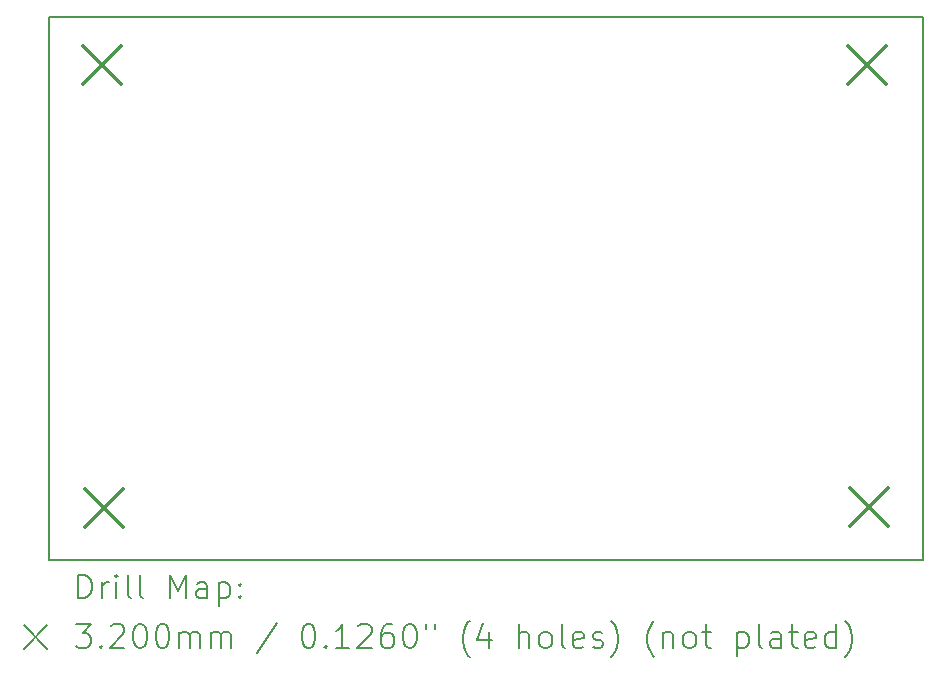
<source format=gbr>
%TF.GenerationSoftware,KiCad,Pcbnew,8.0.2*%
%TF.CreationDate,2024-07-10T14:47:40-04:00*%
%TF.ProjectId,Low-Power_PDP,4c6f772d-506f-4776-9572-5f5044502e6b,rev?*%
%TF.SameCoordinates,Original*%
%TF.FileFunction,Drillmap*%
%TF.FilePolarity,Positive*%
%FSLAX45Y45*%
G04 Gerber Fmt 4.5, Leading zero omitted, Abs format (unit mm)*
G04 Created by KiCad (PCBNEW 8.0.2) date 2024-07-10 14:47:40*
%MOMM*%
%LPD*%
G01*
G04 APERTURE LIST*
%ADD10C,0.200000*%
%ADD11C,0.320000*%
G04 APERTURE END LIST*
D10*
X4850000Y-2300000D02*
X12250000Y-2300000D01*
X12250000Y-6900000D01*
X4850000Y-6900000D01*
X4850000Y-2300000D01*
D11*
X5140000Y-2550000D02*
X5460000Y-2870000D01*
X5460000Y-2550000D02*
X5140000Y-2870000D01*
X5160000Y-6300000D02*
X5480000Y-6620000D01*
X5480000Y-6300000D02*
X5160000Y-6620000D01*
X11620000Y-2550000D02*
X11940000Y-2870000D01*
X11940000Y-2550000D02*
X11620000Y-2870000D01*
X11640000Y-6290000D02*
X11960000Y-6610000D01*
X11960000Y-6290000D02*
X11640000Y-6610000D01*
D10*
X5100777Y-7221484D02*
X5100777Y-7021484D01*
X5100777Y-7021484D02*
X5148396Y-7021484D01*
X5148396Y-7021484D02*
X5176967Y-7031008D01*
X5176967Y-7031008D02*
X5196015Y-7050055D01*
X5196015Y-7050055D02*
X5205539Y-7069103D01*
X5205539Y-7069103D02*
X5215063Y-7107198D01*
X5215063Y-7107198D02*
X5215063Y-7135769D01*
X5215063Y-7135769D02*
X5205539Y-7173865D01*
X5205539Y-7173865D02*
X5196015Y-7192912D01*
X5196015Y-7192912D02*
X5176967Y-7211960D01*
X5176967Y-7211960D02*
X5148396Y-7221484D01*
X5148396Y-7221484D02*
X5100777Y-7221484D01*
X5300777Y-7221484D02*
X5300777Y-7088150D01*
X5300777Y-7126246D02*
X5310301Y-7107198D01*
X5310301Y-7107198D02*
X5319824Y-7097674D01*
X5319824Y-7097674D02*
X5338872Y-7088150D01*
X5338872Y-7088150D02*
X5357920Y-7088150D01*
X5424586Y-7221484D02*
X5424586Y-7088150D01*
X5424586Y-7021484D02*
X5415063Y-7031008D01*
X5415063Y-7031008D02*
X5424586Y-7040531D01*
X5424586Y-7040531D02*
X5434110Y-7031008D01*
X5434110Y-7031008D02*
X5424586Y-7021484D01*
X5424586Y-7021484D02*
X5424586Y-7040531D01*
X5548396Y-7221484D02*
X5529348Y-7211960D01*
X5529348Y-7211960D02*
X5519824Y-7192912D01*
X5519824Y-7192912D02*
X5519824Y-7021484D01*
X5653158Y-7221484D02*
X5634110Y-7211960D01*
X5634110Y-7211960D02*
X5624586Y-7192912D01*
X5624586Y-7192912D02*
X5624586Y-7021484D01*
X5881729Y-7221484D02*
X5881729Y-7021484D01*
X5881729Y-7021484D02*
X5948396Y-7164341D01*
X5948396Y-7164341D02*
X6015062Y-7021484D01*
X6015062Y-7021484D02*
X6015062Y-7221484D01*
X6196015Y-7221484D02*
X6196015Y-7116722D01*
X6196015Y-7116722D02*
X6186491Y-7097674D01*
X6186491Y-7097674D02*
X6167443Y-7088150D01*
X6167443Y-7088150D02*
X6129348Y-7088150D01*
X6129348Y-7088150D02*
X6110301Y-7097674D01*
X6196015Y-7211960D02*
X6176967Y-7221484D01*
X6176967Y-7221484D02*
X6129348Y-7221484D01*
X6129348Y-7221484D02*
X6110301Y-7211960D01*
X6110301Y-7211960D02*
X6100777Y-7192912D01*
X6100777Y-7192912D02*
X6100777Y-7173865D01*
X6100777Y-7173865D02*
X6110301Y-7154817D01*
X6110301Y-7154817D02*
X6129348Y-7145293D01*
X6129348Y-7145293D02*
X6176967Y-7145293D01*
X6176967Y-7145293D02*
X6196015Y-7135769D01*
X6291253Y-7088150D02*
X6291253Y-7288150D01*
X6291253Y-7097674D02*
X6310301Y-7088150D01*
X6310301Y-7088150D02*
X6348396Y-7088150D01*
X6348396Y-7088150D02*
X6367443Y-7097674D01*
X6367443Y-7097674D02*
X6376967Y-7107198D01*
X6376967Y-7107198D02*
X6386491Y-7126246D01*
X6386491Y-7126246D02*
X6386491Y-7183388D01*
X6386491Y-7183388D02*
X6376967Y-7202436D01*
X6376967Y-7202436D02*
X6367443Y-7211960D01*
X6367443Y-7211960D02*
X6348396Y-7221484D01*
X6348396Y-7221484D02*
X6310301Y-7221484D01*
X6310301Y-7221484D02*
X6291253Y-7211960D01*
X6472205Y-7202436D02*
X6481729Y-7211960D01*
X6481729Y-7211960D02*
X6472205Y-7221484D01*
X6472205Y-7221484D02*
X6462682Y-7211960D01*
X6462682Y-7211960D02*
X6472205Y-7202436D01*
X6472205Y-7202436D02*
X6472205Y-7221484D01*
X6472205Y-7097674D02*
X6481729Y-7107198D01*
X6481729Y-7107198D02*
X6472205Y-7116722D01*
X6472205Y-7116722D02*
X6462682Y-7107198D01*
X6462682Y-7107198D02*
X6472205Y-7097674D01*
X6472205Y-7097674D02*
X6472205Y-7116722D01*
X4640000Y-7450000D02*
X4840000Y-7650000D01*
X4840000Y-7450000D02*
X4640000Y-7650000D01*
X5081729Y-7441484D02*
X5205539Y-7441484D01*
X5205539Y-7441484D02*
X5138872Y-7517674D01*
X5138872Y-7517674D02*
X5167444Y-7517674D01*
X5167444Y-7517674D02*
X5186491Y-7527198D01*
X5186491Y-7527198D02*
X5196015Y-7536722D01*
X5196015Y-7536722D02*
X5205539Y-7555769D01*
X5205539Y-7555769D02*
X5205539Y-7603388D01*
X5205539Y-7603388D02*
X5196015Y-7622436D01*
X5196015Y-7622436D02*
X5186491Y-7631960D01*
X5186491Y-7631960D02*
X5167444Y-7641484D01*
X5167444Y-7641484D02*
X5110301Y-7641484D01*
X5110301Y-7641484D02*
X5091253Y-7631960D01*
X5091253Y-7631960D02*
X5081729Y-7622436D01*
X5291253Y-7622436D02*
X5300777Y-7631960D01*
X5300777Y-7631960D02*
X5291253Y-7641484D01*
X5291253Y-7641484D02*
X5281729Y-7631960D01*
X5281729Y-7631960D02*
X5291253Y-7622436D01*
X5291253Y-7622436D02*
X5291253Y-7641484D01*
X5376967Y-7460531D02*
X5386491Y-7451008D01*
X5386491Y-7451008D02*
X5405539Y-7441484D01*
X5405539Y-7441484D02*
X5453158Y-7441484D01*
X5453158Y-7441484D02*
X5472205Y-7451008D01*
X5472205Y-7451008D02*
X5481729Y-7460531D01*
X5481729Y-7460531D02*
X5491253Y-7479579D01*
X5491253Y-7479579D02*
X5491253Y-7498627D01*
X5491253Y-7498627D02*
X5481729Y-7527198D01*
X5481729Y-7527198D02*
X5367444Y-7641484D01*
X5367444Y-7641484D02*
X5491253Y-7641484D01*
X5615062Y-7441484D02*
X5634110Y-7441484D01*
X5634110Y-7441484D02*
X5653158Y-7451008D01*
X5653158Y-7451008D02*
X5662682Y-7460531D01*
X5662682Y-7460531D02*
X5672205Y-7479579D01*
X5672205Y-7479579D02*
X5681729Y-7517674D01*
X5681729Y-7517674D02*
X5681729Y-7565293D01*
X5681729Y-7565293D02*
X5672205Y-7603388D01*
X5672205Y-7603388D02*
X5662682Y-7622436D01*
X5662682Y-7622436D02*
X5653158Y-7631960D01*
X5653158Y-7631960D02*
X5634110Y-7641484D01*
X5634110Y-7641484D02*
X5615062Y-7641484D01*
X5615062Y-7641484D02*
X5596015Y-7631960D01*
X5596015Y-7631960D02*
X5586491Y-7622436D01*
X5586491Y-7622436D02*
X5576967Y-7603388D01*
X5576967Y-7603388D02*
X5567444Y-7565293D01*
X5567444Y-7565293D02*
X5567444Y-7517674D01*
X5567444Y-7517674D02*
X5576967Y-7479579D01*
X5576967Y-7479579D02*
X5586491Y-7460531D01*
X5586491Y-7460531D02*
X5596015Y-7451008D01*
X5596015Y-7451008D02*
X5615062Y-7441484D01*
X5805539Y-7441484D02*
X5824586Y-7441484D01*
X5824586Y-7441484D02*
X5843634Y-7451008D01*
X5843634Y-7451008D02*
X5853158Y-7460531D01*
X5853158Y-7460531D02*
X5862682Y-7479579D01*
X5862682Y-7479579D02*
X5872205Y-7517674D01*
X5872205Y-7517674D02*
X5872205Y-7565293D01*
X5872205Y-7565293D02*
X5862682Y-7603388D01*
X5862682Y-7603388D02*
X5853158Y-7622436D01*
X5853158Y-7622436D02*
X5843634Y-7631960D01*
X5843634Y-7631960D02*
X5824586Y-7641484D01*
X5824586Y-7641484D02*
X5805539Y-7641484D01*
X5805539Y-7641484D02*
X5786491Y-7631960D01*
X5786491Y-7631960D02*
X5776967Y-7622436D01*
X5776967Y-7622436D02*
X5767443Y-7603388D01*
X5767443Y-7603388D02*
X5757920Y-7565293D01*
X5757920Y-7565293D02*
X5757920Y-7517674D01*
X5757920Y-7517674D02*
X5767443Y-7479579D01*
X5767443Y-7479579D02*
X5776967Y-7460531D01*
X5776967Y-7460531D02*
X5786491Y-7451008D01*
X5786491Y-7451008D02*
X5805539Y-7441484D01*
X5957920Y-7641484D02*
X5957920Y-7508150D01*
X5957920Y-7527198D02*
X5967443Y-7517674D01*
X5967443Y-7517674D02*
X5986491Y-7508150D01*
X5986491Y-7508150D02*
X6015063Y-7508150D01*
X6015063Y-7508150D02*
X6034110Y-7517674D01*
X6034110Y-7517674D02*
X6043634Y-7536722D01*
X6043634Y-7536722D02*
X6043634Y-7641484D01*
X6043634Y-7536722D02*
X6053158Y-7517674D01*
X6053158Y-7517674D02*
X6072205Y-7508150D01*
X6072205Y-7508150D02*
X6100777Y-7508150D01*
X6100777Y-7508150D02*
X6119824Y-7517674D01*
X6119824Y-7517674D02*
X6129348Y-7536722D01*
X6129348Y-7536722D02*
X6129348Y-7641484D01*
X6224586Y-7641484D02*
X6224586Y-7508150D01*
X6224586Y-7527198D02*
X6234110Y-7517674D01*
X6234110Y-7517674D02*
X6253158Y-7508150D01*
X6253158Y-7508150D02*
X6281729Y-7508150D01*
X6281729Y-7508150D02*
X6300777Y-7517674D01*
X6300777Y-7517674D02*
X6310301Y-7536722D01*
X6310301Y-7536722D02*
X6310301Y-7641484D01*
X6310301Y-7536722D02*
X6319824Y-7517674D01*
X6319824Y-7517674D02*
X6338872Y-7508150D01*
X6338872Y-7508150D02*
X6367443Y-7508150D01*
X6367443Y-7508150D02*
X6386491Y-7517674D01*
X6386491Y-7517674D02*
X6396015Y-7536722D01*
X6396015Y-7536722D02*
X6396015Y-7641484D01*
X6786491Y-7431960D02*
X6615063Y-7689103D01*
X7043634Y-7441484D02*
X7062682Y-7441484D01*
X7062682Y-7441484D02*
X7081729Y-7451008D01*
X7081729Y-7451008D02*
X7091253Y-7460531D01*
X7091253Y-7460531D02*
X7100777Y-7479579D01*
X7100777Y-7479579D02*
X7110301Y-7517674D01*
X7110301Y-7517674D02*
X7110301Y-7565293D01*
X7110301Y-7565293D02*
X7100777Y-7603388D01*
X7100777Y-7603388D02*
X7091253Y-7622436D01*
X7091253Y-7622436D02*
X7081729Y-7631960D01*
X7081729Y-7631960D02*
X7062682Y-7641484D01*
X7062682Y-7641484D02*
X7043634Y-7641484D01*
X7043634Y-7641484D02*
X7024586Y-7631960D01*
X7024586Y-7631960D02*
X7015063Y-7622436D01*
X7015063Y-7622436D02*
X7005539Y-7603388D01*
X7005539Y-7603388D02*
X6996015Y-7565293D01*
X6996015Y-7565293D02*
X6996015Y-7517674D01*
X6996015Y-7517674D02*
X7005539Y-7479579D01*
X7005539Y-7479579D02*
X7015063Y-7460531D01*
X7015063Y-7460531D02*
X7024586Y-7451008D01*
X7024586Y-7451008D02*
X7043634Y-7441484D01*
X7196015Y-7622436D02*
X7205539Y-7631960D01*
X7205539Y-7631960D02*
X7196015Y-7641484D01*
X7196015Y-7641484D02*
X7186491Y-7631960D01*
X7186491Y-7631960D02*
X7196015Y-7622436D01*
X7196015Y-7622436D02*
X7196015Y-7641484D01*
X7396015Y-7641484D02*
X7281729Y-7641484D01*
X7338872Y-7641484D02*
X7338872Y-7441484D01*
X7338872Y-7441484D02*
X7319825Y-7470055D01*
X7319825Y-7470055D02*
X7300777Y-7489103D01*
X7300777Y-7489103D02*
X7281729Y-7498627D01*
X7472206Y-7460531D02*
X7481729Y-7451008D01*
X7481729Y-7451008D02*
X7500777Y-7441484D01*
X7500777Y-7441484D02*
X7548396Y-7441484D01*
X7548396Y-7441484D02*
X7567444Y-7451008D01*
X7567444Y-7451008D02*
X7576967Y-7460531D01*
X7576967Y-7460531D02*
X7586491Y-7479579D01*
X7586491Y-7479579D02*
X7586491Y-7498627D01*
X7586491Y-7498627D02*
X7576967Y-7527198D01*
X7576967Y-7527198D02*
X7462682Y-7641484D01*
X7462682Y-7641484D02*
X7586491Y-7641484D01*
X7757920Y-7441484D02*
X7719825Y-7441484D01*
X7719825Y-7441484D02*
X7700777Y-7451008D01*
X7700777Y-7451008D02*
X7691253Y-7460531D01*
X7691253Y-7460531D02*
X7672206Y-7489103D01*
X7672206Y-7489103D02*
X7662682Y-7527198D01*
X7662682Y-7527198D02*
X7662682Y-7603388D01*
X7662682Y-7603388D02*
X7672206Y-7622436D01*
X7672206Y-7622436D02*
X7681729Y-7631960D01*
X7681729Y-7631960D02*
X7700777Y-7641484D01*
X7700777Y-7641484D02*
X7738872Y-7641484D01*
X7738872Y-7641484D02*
X7757920Y-7631960D01*
X7757920Y-7631960D02*
X7767444Y-7622436D01*
X7767444Y-7622436D02*
X7776967Y-7603388D01*
X7776967Y-7603388D02*
X7776967Y-7555769D01*
X7776967Y-7555769D02*
X7767444Y-7536722D01*
X7767444Y-7536722D02*
X7757920Y-7527198D01*
X7757920Y-7527198D02*
X7738872Y-7517674D01*
X7738872Y-7517674D02*
X7700777Y-7517674D01*
X7700777Y-7517674D02*
X7681729Y-7527198D01*
X7681729Y-7527198D02*
X7672206Y-7536722D01*
X7672206Y-7536722D02*
X7662682Y-7555769D01*
X7900777Y-7441484D02*
X7919825Y-7441484D01*
X7919825Y-7441484D02*
X7938872Y-7451008D01*
X7938872Y-7451008D02*
X7948396Y-7460531D01*
X7948396Y-7460531D02*
X7957920Y-7479579D01*
X7957920Y-7479579D02*
X7967444Y-7517674D01*
X7967444Y-7517674D02*
X7967444Y-7565293D01*
X7967444Y-7565293D02*
X7957920Y-7603388D01*
X7957920Y-7603388D02*
X7948396Y-7622436D01*
X7948396Y-7622436D02*
X7938872Y-7631960D01*
X7938872Y-7631960D02*
X7919825Y-7641484D01*
X7919825Y-7641484D02*
X7900777Y-7641484D01*
X7900777Y-7641484D02*
X7881729Y-7631960D01*
X7881729Y-7631960D02*
X7872206Y-7622436D01*
X7872206Y-7622436D02*
X7862682Y-7603388D01*
X7862682Y-7603388D02*
X7853158Y-7565293D01*
X7853158Y-7565293D02*
X7853158Y-7517674D01*
X7853158Y-7517674D02*
X7862682Y-7479579D01*
X7862682Y-7479579D02*
X7872206Y-7460531D01*
X7872206Y-7460531D02*
X7881729Y-7451008D01*
X7881729Y-7451008D02*
X7900777Y-7441484D01*
X8043634Y-7441484D02*
X8043634Y-7479579D01*
X8119825Y-7441484D02*
X8119825Y-7479579D01*
X8415063Y-7717674D02*
X8405539Y-7708150D01*
X8405539Y-7708150D02*
X8386491Y-7679579D01*
X8386491Y-7679579D02*
X8376968Y-7660531D01*
X8376968Y-7660531D02*
X8367444Y-7631960D01*
X8367444Y-7631960D02*
X8357920Y-7584341D01*
X8357920Y-7584341D02*
X8357920Y-7546246D01*
X8357920Y-7546246D02*
X8367444Y-7498627D01*
X8367444Y-7498627D02*
X8376968Y-7470055D01*
X8376968Y-7470055D02*
X8386491Y-7451008D01*
X8386491Y-7451008D02*
X8405539Y-7422436D01*
X8405539Y-7422436D02*
X8415063Y-7412912D01*
X8576968Y-7508150D02*
X8576968Y-7641484D01*
X8529349Y-7431960D02*
X8481730Y-7574817D01*
X8481730Y-7574817D02*
X8605539Y-7574817D01*
X8834111Y-7641484D02*
X8834111Y-7441484D01*
X8919825Y-7641484D02*
X8919825Y-7536722D01*
X8919825Y-7536722D02*
X8910301Y-7517674D01*
X8910301Y-7517674D02*
X8891253Y-7508150D01*
X8891253Y-7508150D02*
X8862682Y-7508150D01*
X8862682Y-7508150D02*
X8843634Y-7517674D01*
X8843634Y-7517674D02*
X8834111Y-7527198D01*
X9043634Y-7641484D02*
X9024587Y-7631960D01*
X9024587Y-7631960D02*
X9015063Y-7622436D01*
X9015063Y-7622436D02*
X9005539Y-7603388D01*
X9005539Y-7603388D02*
X9005539Y-7546246D01*
X9005539Y-7546246D02*
X9015063Y-7527198D01*
X9015063Y-7527198D02*
X9024587Y-7517674D01*
X9024587Y-7517674D02*
X9043634Y-7508150D01*
X9043634Y-7508150D02*
X9072206Y-7508150D01*
X9072206Y-7508150D02*
X9091253Y-7517674D01*
X9091253Y-7517674D02*
X9100777Y-7527198D01*
X9100777Y-7527198D02*
X9110301Y-7546246D01*
X9110301Y-7546246D02*
X9110301Y-7603388D01*
X9110301Y-7603388D02*
X9100777Y-7622436D01*
X9100777Y-7622436D02*
X9091253Y-7631960D01*
X9091253Y-7631960D02*
X9072206Y-7641484D01*
X9072206Y-7641484D02*
X9043634Y-7641484D01*
X9224587Y-7641484D02*
X9205539Y-7631960D01*
X9205539Y-7631960D02*
X9196015Y-7612912D01*
X9196015Y-7612912D02*
X9196015Y-7441484D01*
X9376968Y-7631960D02*
X9357920Y-7641484D01*
X9357920Y-7641484D02*
X9319825Y-7641484D01*
X9319825Y-7641484D02*
X9300777Y-7631960D01*
X9300777Y-7631960D02*
X9291253Y-7612912D01*
X9291253Y-7612912D02*
X9291253Y-7536722D01*
X9291253Y-7536722D02*
X9300777Y-7517674D01*
X9300777Y-7517674D02*
X9319825Y-7508150D01*
X9319825Y-7508150D02*
X9357920Y-7508150D01*
X9357920Y-7508150D02*
X9376968Y-7517674D01*
X9376968Y-7517674D02*
X9386492Y-7536722D01*
X9386492Y-7536722D02*
X9386492Y-7555769D01*
X9386492Y-7555769D02*
X9291253Y-7574817D01*
X9462682Y-7631960D02*
X9481730Y-7641484D01*
X9481730Y-7641484D02*
X9519825Y-7641484D01*
X9519825Y-7641484D02*
X9538873Y-7631960D01*
X9538873Y-7631960D02*
X9548396Y-7612912D01*
X9548396Y-7612912D02*
X9548396Y-7603388D01*
X9548396Y-7603388D02*
X9538873Y-7584341D01*
X9538873Y-7584341D02*
X9519825Y-7574817D01*
X9519825Y-7574817D02*
X9491253Y-7574817D01*
X9491253Y-7574817D02*
X9472206Y-7565293D01*
X9472206Y-7565293D02*
X9462682Y-7546246D01*
X9462682Y-7546246D02*
X9462682Y-7536722D01*
X9462682Y-7536722D02*
X9472206Y-7517674D01*
X9472206Y-7517674D02*
X9491253Y-7508150D01*
X9491253Y-7508150D02*
X9519825Y-7508150D01*
X9519825Y-7508150D02*
X9538873Y-7517674D01*
X9615063Y-7717674D02*
X9624587Y-7708150D01*
X9624587Y-7708150D02*
X9643634Y-7679579D01*
X9643634Y-7679579D02*
X9653158Y-7660531D01*
X9653158Y-7660531D02*
X9662682Y-7631960D01*
X9662682Y-7631960D02*
X9672206Y-7584341D01*
X9672206Y-7584341D02*
X9672206Y-7546246D01*
X9672206Y-7546246D02*
X9662682Y-7498627D01*
X9662682Y-7498627D02*
X9653158Y-7470055D01*
X9653158Y-7470055D02*
X9643634Y-7451008D01*
X9643634Y-7451008D02*
X9624587Y-7422436D01*
X9624587Y-7422436D02*
X9615063Y-7412912D01*
X9976968Y-7717674D02*
X9967444Y-7708150D01*
X9967444Y-7708150D02*
X9948396Y-7679579D01*
X9948396Y-7679579D02*
X9938873Y-7660531D01*
X9938873Y-7660531D02*
X9929349Y-7631960D01*
X9929349Y-7631960D02*
X9919825Y-7584341D01*
X9919825Y-7584341D02*
X9919825Y-7546246D01*
X9919825Y-7546246D02*
X9929349Y-7498627D01*
X9929349Y-7498627D02*
X9938873Y-7470055D01*
X9938873Y-7470055D02*
X9948396Y-7451008D01*
X9948396Y-7451008D02*
X9967444Y-7422436D01*
X9967444Y-7422436D02*
X9976968Y-7412912D01*
X10053158Y-7508150D02*
X10053158Y-7641484D01*
X10053158Y-7527198D02*
X10062682Y-7517674D01*
X10062682Y-7517674D02*
X10081730Y-7508150D01*
X10081730Y-7508150D02*
X10110301Y-7508150D01*
X10110301Y-7508150D02*
X10129349Y-7517674D01*
X10129349Y-7517674D02*
X10138873Y-7536722D01*
X10138873Y-7536722D02*
X10138873Y-7641484D01*
X10262682Y-7641484D02*
X10243634Y-7631960D01*
X10243634Y-7631960D02*
X10234111Y-7622436D01*
X10234111Y-7622436D02*
X10224587Y-7603388D01*
X10224587Y-7603388D02*
X10224587Y-7546246D01*
X10224587Y-7546246D02*
X10234111Y-7527198D01*
X10234111Y-7527198D02*
X10243634Y-7517674D01*
X10243634Y-7517674D02*
X10262682Y-7508150D01*
X10262682Y-7508150D02*
X10291254Y-7508150D01*
X10291254Y-7508150D02*
X10310301Y-7517674D01*
X10310301Y-7517674D02*
X10319825Y-7527198D01*
X10319825Y-7527198D02*
X10329349Y-7546246D01*
X10329349Y-7546246D02*
X10329349Y-7603388D01*
X10329349Y-7603388D02*
X10319825Y-7622436D01*
X10319825Y-7622436D02*
X10310301Y-7631960D01*
X10310301Y-7631960D02*
X10291254Y-7641484D01*
X10291254Y-7641484D02*
X10262682Y-7641484D01*
X10386492Y-7508150D02*
X10462682Y-7508150D01*
X10415063Y-7441484D02*
X10415063Y-7612912D01*
X10415063Y-7612912D02*
X10424587Y-7631960D01*
X10424587Y-7631960D02*
X10443634Y-7641484D01*
X10443634Y-7641484D02*
X10462682Y-7641484D01*
X10681730Y-7508150D02*
X10681730Y-7708150D01*
X10681730Y-7517674D02*
X10700777Y-7508150D01*
X10700777Y-7508150D02*
X10738873Y-7508150D01*
X10738873Y-7508150D02*
X10757920Y-7517674D01*
X10757920Y-7517674D02*
X10767444Y-7527198D01*
X10767444Y-7527198D02*
X10776968Y-7546246D01*
X10776968Y-7546246D02*
X10776968Y-7603388D01*
X10776968Y-7603388D02*
X10767444Y-7622436D01*
X10767444Y-7622436D02*
X10757920Y-7631960D01*
X10757920Y-7631960D02*
X10738873Y-7641484D01*
X10738873Y-7641484D02*
X10700777Y-7641484D01*
X10700777Y-7641484D02*
X10681730Y-7631960D01*
X10891254Y-7641484D02*
X10872206Y-7631960D01*
X10872206Y-7631960D02*
X10862682Y-7612912D01*
X10862682Y-7612912D02*
X10862682Y-7441484D01*
X11053158Y-7641484D02*
X11053158Y-7536722D01*
X11053158Y-7536722D02*
X11043635Y-7517674D01*
X11043635Y-7517674D02*
X11024587Y-7508150D01*
X11024587Y-7508150D02*
X10986492Y-7508150D01*
X10986492Y-7508150D02*
X10967444Y-7517674D01*
X11053158Y-7631960D02*
X11034111Y-7641484D01*
X11034111Y-7641484D02*
X10986492Y-7641484D01*
X10986492Y-7641484D02*
X10967444Y-7631960D01*
X10967444Y-7631960D02*
X10957920Y-7612912D01*
X10957920Y-7612912D02*
X10957920Y-7593865D01*
X10957920Y-7593865D02*
X10967444Y-7574817D01*
X10967444Y-7574817D02*
X10986492Y-7565293D01*
X10986492Y-7565293D02*
X11034111Y-7565293D01*
X11034111Y-7565293D02*
X11053158Y-7555769D01*
X11119825Y-7508150D02*
X11196015Y-7508150D01*
X11148396Y-7441484D02*
X11148396Y-7612912D01*
X11148396Y-7612912D02*
X11157920Y-7631960D01*
X11157920Y-7631960D02*
X11176968Y-7641484D01*
X11176968Y-7641484D02*
X11196015Y-7641484D01*
X11338873Y-7631960D02*
X11319825Y-7641484D01*
X11319825Y-7641484D02*
X11281730Y-7641484D01*
X11281730Y-7641484D02*
X11262682Y-7631960D01*
X11262682Y-7631960D02*
X11253158Y-7612912D01*
X11253158Y-7612912D02*
X11253158Y-7536722D01*
X11253158Y-7536722D02*
X11262682Y-7517674D01*
X11262682Y-7517674D02*
X11281730Y-7508150D01*
X11281730Y-7508150D02*
X11319825Y-7508150D01*
X11319825Y-7508150D02*
X11338873Y-7517674D01*
X11338873Y-7517674D02*
X11348396Y-7536722D01*
X11348396Y-7536722D02*
X11348396Y-7555769D01*
X11348396Y-7555769D02*
X11253158Y-7574817D01*
X11519825Y-7641484D02*
X11519825Y-7441484D01*
X11519825Y-7631960D02*
X11500777Y-7641484D01*
X11500777Y-7641484D02*
X11462682Y-7641484D01*
X11462682Y-7641484D02*
X11443634Y-7631960D01*
X11443634Y-7631960D02*
X11434111Y-7622436D01*
X11434111Y-7622436D02*
X11424587Y-7603388D01*
X11424587Y-7603388D02*
X11424587Y-7546246D01*
X11424587Y-7546246D02*
X11434111Y-7527198D01*
X11434111Y-7527198D02*
X11443634Y-7517674D01*
X11443634Y-7517674D02*
X11462682Y-7508150D01*
X11462682Y-7508150D02*
X11500777Y-7508150D01*
X11500777Y-7508150D02*
X11519825Y-7517674D01*
X11596015Y-7717674D02*
X11605539Y-7708150D01*
X11605539Y-7708150D02*
X11624587Y-7679579D01*
X11624587Y-7679579D02*
X11634111Y-7660531D01*
X11634111Y-7660531D02*
X11643634Y-7631960D01*
X11643634Y-7631960D02*
X11653158Y-7584341D01*
X11653158Y-7584341D02*
X11653158Y-7546246D01*
X11653158Y-7546246D02*
X11643634Y-7498627D01*
X11643634Y-7498627D02*
X11634111Y-7470055D01*
X11634111Y-7470055D02*
X11624587Y-7451008D01*
X11624587Y-7451008D02*
X11605539Y-7422436D01*
X11605539Y-7422436D02*
X11596015Y-7412912D01*
M02*

</source>
